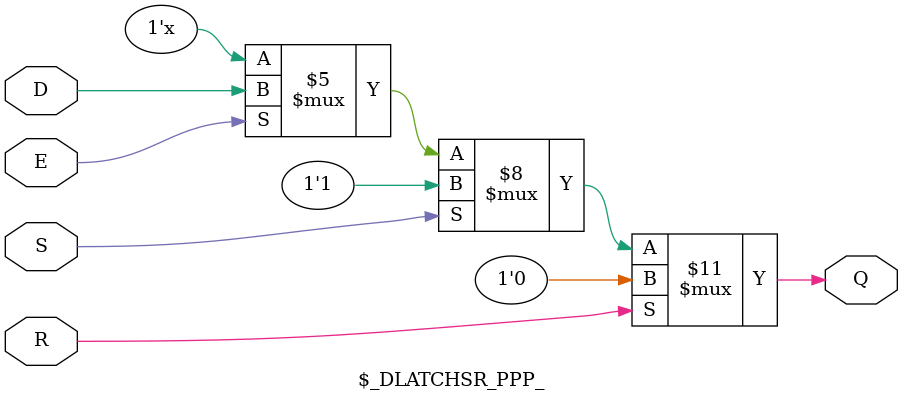
<source format=v>
/*
 *  yosys -- Yosys Open SYnthesis Suite
 *
 *  Copyright (C) 2012  Clifford Wolf <clifford@clifford.at>
 *  
 *  Permission to use, copy, modify, and/or distribute this software for any
 *  purpose with or without fee is hereby granted, provided that the above
 *  copyright notice and this permission notice appear in all copies.
 *  
 *  THE SOFTWARE IS PROVIDED "AS IS" AND THE AUTHOR DISCLAIMS ALL WARRANTIES
 *  WITH REGARD TO THIS SOFTWARE INCLUDING ALL IMPLIED WARRANTIES OF
 *  MERCHANTABILITY AND FITNESS. IN NO EVENT SHALL THE AUTHOR BE LIABLE FOR
 *  ANY SPECIAL, DIRECT, INDIRECT, OR CONSEQUENTIAL DAMAGES OR ANY DAMAGES
 *  WHATSOEVER RESULTING FROM LOSS OF USE, DATA OR PROFITS, WHETHER IN AN
 *  ACTION OF CONTRACT, NEGLIGENCE OR OTHER TORTIOUS ACTION, ARISING OUT OF
 *  OR IN CONNECTION WITH THE USE OR PERFORMANCE OF THIS SOFTWARE.
 *
 *  ---
 *
 *  The internal logic cell simulation library.
 *
 *  This verilog library contains simple simulation models for the internal
 *  logic cells ($_NOT_ , $_AND_ , ...) that are generated by the default technology
 *  mapper (see "techmap.v" in this directory) and expected by the "abc" pass.
 *
 */

module  \$_BUF_ (A, Y);
input A;
output Y;
assign Y = A;
endmodule

module  \$_NOT_ (A, Y);
input A;
output Y;
assign Y = ~A;
endmodule

module  \$_AND_ (A, B, Y);
input A, B;
output Y;
assign Y = A & B;
endmodule

module  \$_NAND_ (A, B, Y);
input A, B;
output Y;
assign Y = ~(A & B);
endmodule

module  \$_OR_ (A, B, Y);
input A, B;
output Y;
assign Y = A | B;
endmodule

module  \$_NOR_ (A, B, Y);
input A, B;
output Y;
assign Y = ~(A | B);
endmodule

module  \$_XOR_ (A, B, Y);
input A, B;
output Y;
assign Y = A ^ B;
endmodule

module  \$_XNOR_ (A, B, Y);
input A, B;
output Y;
assign Y = ~(A ^ B);
endmodule

module \$_MUX_ (A, B, S, Y);
input A, B, S;
output Y;
assign Y = S ? B : A;
endmodule

module  \$_AOI3_ (A, B, C, Y);
input A, B, C;
output Y;
assign Y = ~((A & B) | C);
endmodule

module  \$_OAI3_ (A, B, C, Y);
input A, B, C;
output Y;
assign Y = ~((A | B) & C);
endmodule

module  \$_AOI4_ (A, B, C, D, Y);
input A, B, C, D;
output Y;
assign Y = ~((A & B) | (C & D));
endmodule

module  \$_OAI4_ (A, B, C, D, Y);
input A, B, C, D;
output Y;
assign Y = ~((A | B) & (C | D));
endmodule

module  \$_SR_NN_ (S, R, Q);
input S, R;
output reg Q;
always @(negedge S, negedge R) begin
	if (R == 0)
		Q <= 0;
	else if (S == 0)
		Q <= 1;
end
endmodule

module  \$_SR_NP_ (S, R, Q);
input S, R;
output reg Q;
always @(negedge S, posedge R) begin
	if (R == 1)
		Q <= 0;
	else if (S == 0)
		Q <= 1;
end
endmodule

module  \$_SR_PN_ (S, R, Q);
input S, R;
output reg Q;
always @(posedge S, negedge R) begin
	if (R == 0)
		Q <= 0;
	else if (S == 1)
		Q <= 1;
end
endmodule

module  \$_SR_PP_ (S, R, Q);
input S, R;
output reg Q;
always @(posedge S, posedge R) begin
	if (R == 1)
		Q <= 0;
	else if (S == 1)
		Q <= 1;
end
endmodule

module  \$_DFF_N_ (D, Q, C);
input D, C;
output reg Q;
always @(negedge C) begin
	Q <= D;
end
endmodule

module  \$_DFF_P_ (D, Q, C);
input D, C;
output reg Q;
always @(posedge C) begin
	Q <= D;
end
endmodule

module  \$_DFF_NN0_ (D, Q, C, R);
input D, C, R;
output reg Q;
always @(negedge C or negedge R) begin
	if (R == 0)
		Q <= 0;
	else
		Q <= D;
end
endmodule

module  \$_DFF_NN1_ (D, Q, C, R);
input D, C, R;
output reg Q;
always @(negedge C or negedge R) begin
	if (R == 0)
		Q <= 1;
	else
		Q <= D;
end
endmodule

module  \$_DFF_NP0_ (D, Q, C, R);
input D, C, R;
output reg Q;
always @(negedge C or posedge R) begin
	if (R == 1)
		Q <= 0;
	else
		Q <= D;
end
endmodule

module  \$_DFF_NP1_ (D, Q, C, R);
input D, C, R;
output reg Q;
always @(negedge C or posedge R) begin
	if (R == 1)
		Q <= 1;
	else
		Q <= D;
end
endmodule

module  \$_DFF_PN0_ (D, Q, C, R);
input D, C, R;
output reg Q;
always @(posedge C or negedge R) begin
	if (R == 0)
		Q <= 0;
	else
		Q <= D;
end
endmodule

module  \$_DFF_PN1_ (D, Q, C, R);
input D, C, R;
output reg Q;
always @(posedge C or negedge R) begin
	if (R == 0)
		Q <= 1;
	else
		Q <= D;
end
endmodule

module  \$_DFF_PP0_ (D, Q, C, R);
input D, C, R;
output reg Q;
always @(posedge C or posedge R) begin
	if (R == 1)
		Q <= 0;
	else
		Q <= D;
end
endmodule

module  \$_DFF_PP1_ (D, Q, C, R);
input D, C, R;
output reg Q;
always @(posedge C or posedge R) begin
	if (R == 1)
		Q <= 1;
	else
		Q <= D;
end
endmodule

module  \$_DFFSR_NNN_ (C, S, R, D, Q);
input C, S, R, D;
output reg Q;
always @(negedge C, negedge S, negedge R) begin
	if (R == 0)
		Q <= 0;
	else if (S == 0)
		Q <= 1;
	else
		Q <= D;
end
endmodule

module  \$_DFFSR_NNP_ (C, S, R, D, Q);
input C, S, R, D;
output reg Q;
always @(negedge C, negedge S, posedge R) begin
	if (R == 1)
		Q <= 0;
	else if (S == 0)
		Q <= 1;
	else
		Q <= D;
end
endmodule

module  \$_DFFSR_NPN_ (C, S, R, D, Q);
input C, S, R, D;
output reg Q;
always @(negedge C, posedge S, negedge R) begin
	if (R == 0)
		Q <= 0;
	else if (S == 1)
		Q <= 1;
	else
		Q <= D;
end
endmodule

module  \$_DFFSR_NPP_ (C, S, R, D, Q);
input C, S, R, D;
output reg Q;
always @(negedge C, posedge S, posedge R) begin
	if (R == 1)
		Q <= 0;
	else if (S == 1)
		Q <= 1;
	else
		Q <= D;
end
endmodule

module  \$_DFFSR_PNN_ (C, S, R, D, Q);
input C, S, R, D;
output reg Q;
always @(posedge C, negedge S, negedge R) begin
	if (R == 0)
		Q <= 0;
	else if (S == 0)
		Q <= 1;
	else
		Q <= D;
end
endmodule

module  \$_DFFSR_PNP_ (C, S, R, D, Q);
input C, S, R, D;
output reg Q;
always @(posedge C, negedge S, posedge R) begin
	if (R == 1)
		Q <= 0;
	else if (S == 0)
		Q <= 1;
	else
		Q <= D;
end
endmodule

module  \$_DFFSR_PPN_ (C, S, R, D, Q);
input C, S, R, D;
output reg Q;
always @(posedge C, posedge S, negedge R) begin
	if (R == 0)
		Q <= 0;
	else if (S == 1)
		Q <= 1;
	else
		Q <= D;
end
endmodule

module  \$_DFFSR_PPP_ (C, S, R, D, Q);
input C, S, R, D;
output reg Q;
always @(posedge C, posedge S, posedge R) begin
	if (R == 1)
		Q <= 0;
	else if (S == 1)
		Q <= 1;
	else
		Q <= D;
end
endmodule

module  \$_DLATCH_N_ (E, D, Q);
input E, D;
output reg Q;
always @* begin
	if (E == 0)
		Q <= D;
end
endmodule

module  \$_DLATCH_P_ (E, D, Q);
input E, D;
output reg Q;
always @* begin
	if (E == 1)
		Q <= D;
end
endmodule

module  \$_DLATCHSR_NNN_ (E, S, R, D, Q);
input E, S, R, D;
output reg Q;
always @* begin
	if (R == 0)
		Q <= 0;
	else if (S == 0)
		Q <= 1;
	else if (E == 0)
		Q <= D;
end
endmodule

module  \$_DLATCHSR_NNP_ (E, S, R, D, Q);
input E, S, R, D;
output reg Q;
always @* begin
	if (R == 1)
		Q <= 0;
	else if (S == 0)
		Q <= 1;
	else if (E == 0)
		Q <= D;
end
endmodule

module  \$_DLATCHSR_NPN_ (E, S, R, D, Q);
input E, S, R, D;
output reg Q;
always @* begin
	if (R == 0)
		Q <= 0;
	else if (S == 1)
		Q <= 1;
	else if (E == 0)
		Q <= D;
end
endmodule

module  \$_DLATCHSR_NPP_ (E, S, R, D, Q);
input E, S, R, D;
output reg Q;
always @* begin
	if (R == 1)
		Q <= 0;
	else if (S == 1)
		Q <= 1;
	else if (E == 0)
		Q <= D;
end
endmodule

module  \$_DLATCHSR_PNN_ (E, S, R, D, Q);
input E, S, R, D;
output reg Q;
always @* begin
	if (R == 0)
		Q <= 0;
	else if (S == 0)
		Q <= 1;
	else if (E == 1)
		Q <= D;
end
endmodule

module  \$_DLATCHSR_PNP_ (E, S, R, D, Q);
input E, S, R, D;
output reg Q;
always @* begin
	if (R == 1)
		Q <= 0;
	else if (S == 0)
		Q <= 1;
	else if (E == 1)
		Q <= D;
end
endmodule

module  \$_DLATCHSR_PPN_ (E, S, R, D, Q);
input E, S, R, D;
output reg Q;
always @* begin
	if (R == 0)
		Q <= 0;
	else if (S == 1)
		Q <= 1;
	else if (E == 1)
		Q <= D;
end
endmodule

module  \$_DLATCHSR_PPP_ (E, S, R, D, Q);
input E, S, R, D;
output reg Q;
always @* begin
	if (R == 1)
		Q <= 0;
	else if (S == 1)
		Q <= 1;
	else if (E == 1)
		Q <= D;
end
endmodule


</source>
